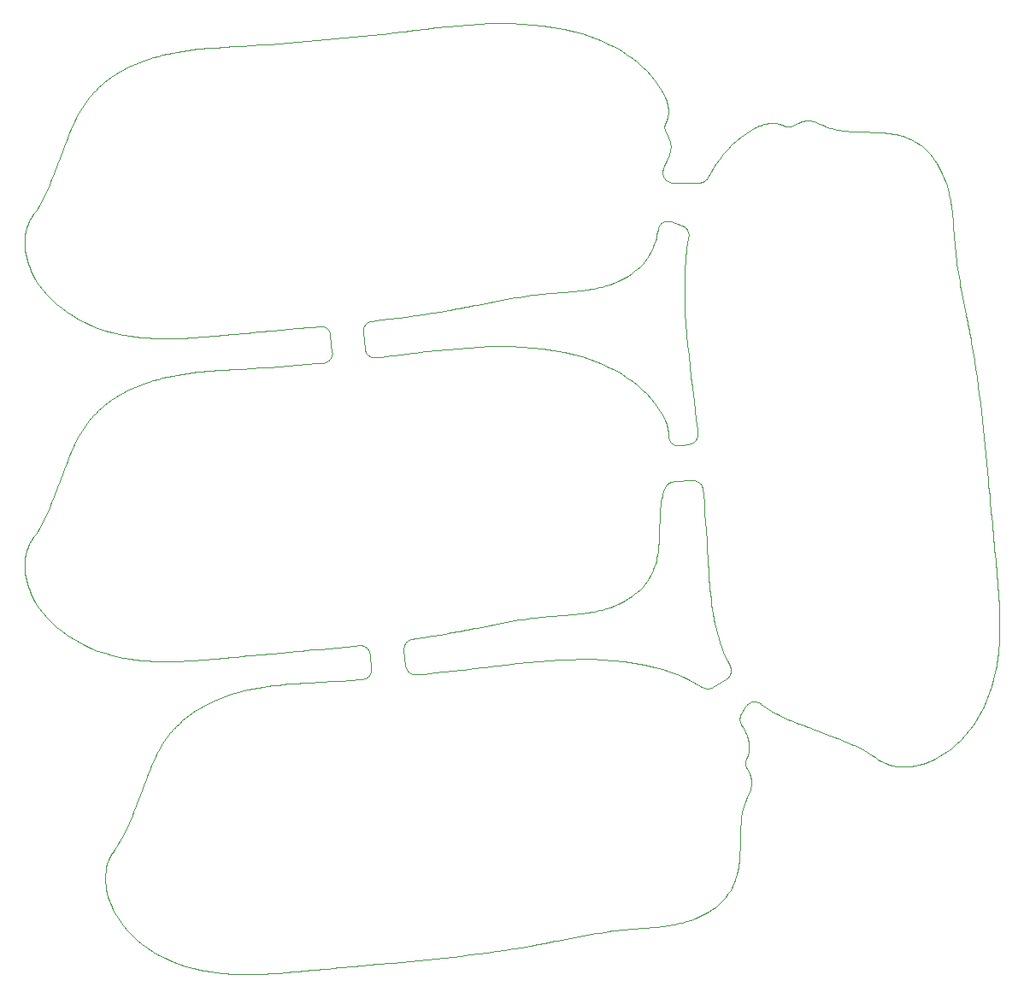
<source format=gko>
%MOIN*%
%OFA0B0*%
%FSLAX44Y44*%
%IPPOS*%
%LPD*%
%ADD10C,0*%
D10*
X00025754Y00020716D02*
X00025754Y00020716D01*
X00025763Y00020736D01*
X00025773Y00020756D01*
X00025784Y00020775D01*
X00025796Y00020794D01*
X00025810Y00020812D01*
X00025824Y00020829D01*
X00025839Y00020845D01*
X00025855Y00020860D01*
X00025872Y00020875D01*
X00025890Y00020888D01*
X00025908Y00020901D01*
X00025928Y00020912D01*
X00025947Y00020922D01*
X00025968Y00020932D01*
X00025989Y00020940D01*
X00026010Y00020946D01*
X00026031Y00020952D01*
X00026053Y00020956D01*
X00026075Y00020959D01*
X00026098Y00020961D01*
X00026827Y00021000D01*
X00026858Y00021001D01*
X00026888Y00020999D01*
X00026918Y00020995D01*
X00026948Y00020988D01*
X00026977Y00020980D01*
X00027005Y00020969D01*
X00027032Y00020955D01*
X00027059Y00020940D01*
X00027084Y00020923D01*
X00027107Y00020904D01*
X00027129Y00020883D01*
X00027150Y00020861D01*
X00027168Y00020837D01*
X00027185Y00020811D01*
X00027200Y00020785D01*
X00027212Y00020757D01*
X00027223Y00020729D01*
X00027231Y00020700D01*
X00027237Y00020670D01*
X00027241Y00020640D01*
X00027254Y00020484D01*
X00027282Y00020122D01*
X00027309Y00019760D01*
X00027335Y00019399D01*
X00027359Y00019038D01*
X00027382Y00018678D01*
X00027403Y00018318D01*
X00027404Y00018305D01*
X00027404Y00018293D01*
X00027405Y00018280D01*
X00027406Y00018268D01*
X00027406Y00018255D01*
X00027407Y00018242D01*
X00027409Y00018217D01*
X00027409Y00018204D01*
X00027410Y00018192D01*
X00027411Y00018179D01*
X00027411Y00018166D01*
X00027412Y00018154D01*
X00027413Y00018141D01*
X00027413Y00018128D01*
X00027414Y00018116D01*
X00027425Y00017924D01*
X00027436Y00017732D01*
X00027447Y00017540D01*
X00027460Y00017347D01*
X00027474Y00017153D01*
X00027489Y00016959D01*
X00027507Y00016766D01*
X00027526Y00016572D01*
X00027549Y00016378D01*
X00027574Y00016185D01*
X00027602Y00015992D01*
X00027633Y00015799D01*
X00027668Y00015608D01*
X00027708Y00015416D01*
X00027752Y00015226D01*
X00027800Y00015037D01*
X00027852Y00014852D01*
X00027909Y00014672D01*
X00027970Y00014495D01*
X00028036Y00014322D01*
X00028106Y00014153D01*
X00028180Y00013989D01*
X00028258Y00013829D01*
X00028285Y00013777D01*
X00028298Y00013751D01*
X00028309Y00013723D01*
X00028318Y00013695D01*
X00028324Y00013666D01*
X00028329Y00013637D01*
X00028331Y00013607D01*
X00028331Y00013578D01*
X00028328Y00013548D01*
X00028324Y00013519D01*
X00028317Y00013490D01*
X00028308Y00013462D01*
X00028297Y00013434D01*
X00028285Y00013408D01*
X00028270Y00013382D01*
X00028253Y00013358D01*
X00028234Y00013335D01*
X00028214Y00013313D01*
X00028192Y00013293D01*
X00028169Y00013275D01*
X00028144Y00013259D01*
X00027637Y00012945D01*
X00027618Y00012934D01*
X00027598Y00012924D01*
X00027578Y00012915D01*
X00027557Y00012907D01*
X00027536Y00012901D01*
X00027515Y00012895D01*
X00027493Y00012891D01*
X00027471Y00012888D01*
X00027449Y00012886D01*
X00027427Y00012886D01*
X00027405Y00012887D01*
X00027383Y00012889D01*
X00027361Y00012892D01*
X00027339Y00012897D01*
X00027318Y00012902D01*
X00027297Y00012909D01*
X00027276Y00012917D01*
X00027256Y00012926D01*
X00027237Y00012937D01*
X00027218Y00012948D01*
X00027202Y00012958D01*
X00026970Y00013092D01*
X00026728Y00013216D01*
X00026476Y00013333D01*
X00026214Y00013440D01*
X00025944Y00013539D01*
X00025664Y00013628D01*
X00025376Y00013708D01*
X00024968Y00013803D01*
X00024559Y00013880D01*
X00024147Y00013939D01*
X00023733Y00013983D01*
X00023319Y00014013D01*
X00022903Y00014029D01*
X00022486Y00014032D01*
X00022069Y00014025D01*
X00021652Y00014008D01*
X00021234Y00013983D01*
X00020817Y00013950D01*
X00020400Y00013912D01*
X00019983Y00013869D01*
X00019568Y00013822D01*
X00019154Y00013773D01*
X00018741Y00013723D01*
X00018708Y00013719D01*
X00018674Y00013715D01*
X00018640Y00013711D01*
X00018606Y00013706D01*
X00018572Y00013702D01*
X00018538Y00013698D01*
X00018504Y00013694D01*
X00018470Y00013690D01*
X00018436Y00013686D01*
X00018402Y00013682D01*
X00018368Y00013678D01*
X00018334Y00013674D01*
X00018300Y00013670D01*
X00018266Y00013665D01*
X00018232Y00013661D01*
X00018198Y00013657D01*
X00017838Y00013615D01*
X00017476Y00013574D01*
X00017115Y00013535D01*
X00016753Y00013497D01*
X00016391Y00013460D01*
X00016068Y00013428D01*
X00016038Y00013427D01*
X00016007Y00013427D01*
X00015976Y00013430D01*
X00015946Y00013436D01*
X00015916Y00013443D01*
X00015887Y00013453D01*
X00015859Y00013466D01*
X00015831Y00013480D01*
X00015806Y00013497D01*
X00015781Y00013515D01*
X00015758Y00013536D01*
X00015736Y00013558D01*
X00015717Y00013582D01*
X00015699Y00013607D01*
X00015683Y00013634D01*
X00015670Y00013661D01*
X00015659Y00013690D01*
X00015650Y00013719D01*
X00015643Y00013750D01*
X00015639Y00013780D01*
X00015576Y00014392D01*
X00015574Y00014423D01*
X00015574Y00014453D01*
X00015577Y00014483D01*
X00015582Y00014513D01*
X00015589Y00014542D01*
X00015599Y00014571D01*
X00015611Y00014599D01*
X00015624Y00014625D01*
X00015640Y00014651D01*
X00015658Y00014676D01*
X00015677Y00014699D01*
X00015699Y00014720D01*
X00015722Y00014740D01*
X00015746Y00014758D01*
X00015772Y00014774D01*
X00015798Y00014788D01*
X00015826Y00014800D01*
X00015855Y00014810D01*
X00015884Y00014817D01*
X00015914Y00014822D01*
X00016000Y00014834D01*
X00016336Y00014883D01*
X00016671Y00014935D01*
X00017005Y00014990D01*
X00017338Y00015049D01*
X00017406Y00015061D01*
X00017475Y00015074D01*
X00017543Y00015086D01*
X00017612Y00015099D01*
X00017680Y00015112D01*
X00017749Y00015125D01*
X00017817Y00015139D01*
X00017885Y00015152D01*
X00017954Y00015165D01*
X00018022Y00015178D01*
X00018090Y00015192D01*
X00018158Y00015205D01*
X00018225Y00015219D01*
X00018293Y00015232D01*
X00018360Y00015245D01*
X00018427Y00015259D01*
X00018589Y00015291D01*
X00018751Y00015323D01*
X00018914Y00015355D01*
X00019078Y00015386D01*
X00019242Y00015418D01*
X00019406Y00015448D01*
X00019571Y00015478D01*
X00019736Y00015507D01*
X00019901Y00015535D01*
X00020067Y00015562D01*
X00020232Y00015587D01*
X00020398Y00015611D01*
X00020564Y00015633D01*
X00020730Y00015654D01*
X00020895Y00015673D01*
X00021061Y00015689D01*
X00021096Y00015693D01*
X00021131Y00015696D01*
X00021166Y00015699D01*
X00021201Y00015702D01*
X00021236Y00015705D01*
X00021272Y00015708D01*
X00021307Y00015710D01*
X00021342Y00015713D01*
X00021377Y00015716D01*
X00021412Y00015719D01*
X00021447Y00015721D01*
X00021483Y00015724D01*
X00021518Y00015726D01*
X00021553Y00015729D01*
X00021588Y00015732D01*
X00021624Y00015734D01*
X00021727Y00015742D01*
X00021831Y00015749D01*
X00021935Y00015758D01*
X00022040Y00015766D01*
X00022145Y00015775D01*
X00022250Y00015785D01*
X00022355Y00015796D01*
X00022460Y00015808D01*
X00022565Y00015821D01*
X00022670Y00015835D01*
X00022775Y00015851D01*
X00022880Y00015869D01*
X00022984Y00015888D01*
X00023089Y00015910D01*
X00023193Y00015933D01*
X00023296Y00015959D01*
X00023460Y00016005D01*
X00023618Y00016056D01*
X00023771Y00016114D01*
X00023919Y00016176D01*
X00024061Y00016244D01*
X00024197Y00016316D01*
X00024327Y00016394D01*
X00024451Y00016477D01*
X00024568Y00016564D01*
X00024679Y00016656D01*
X00024784Y00016753D01*
X00024881Y00016853D01*
X00024972Y00016958D01*
X00025055Y00017067D01*
X00025130Y00017181D01*
X00025198Y00017297D01*
X00025254Y00017408D01*
X00025303Y00017520D01*
X00025346Y00017634D01*
X00025384Y00017749D01*
X00025416Y00017865D01*
X00025443Y00017982D01*
X00025465Y00018100D01*
X00025484Y00018219D01*
X00025499Y00018339D01*
X00025511Y00018459D01*
X00025520Y00018580D01*
X00025527Y00018700D01*
X00025532Y00018821D01*
X00025536Y00018942D01*
X00025539Y00019062D01*
X00025542Y00019182D01*
X00025544Y00019288D01*
X00025547Y00019393D01*
X00025550Y00019497D01*
X00025554Y00019600D01*
X00025559Y00019702D01*
X00025565Y00019803D01*
X00025573Y00019904D01*
X00025583Y00020003D01*
X00025596Y00020101D01*
X00025611Y00020198D01*
X00025629Y00020294D01*
X00025649Y00020389D01*
X00025674Y00020483D01*
X00025702Y00020575D01*
X00025734Y00020666D01*
X00025754Y00020716D01*
X00014487Y00025797D02*
X00014487Y00025797D01*
X00014455Y00025795D01*
X00014424Y00025795D01*
X00014393Y00025798D01*
X00014362Y00025803D01*
X00014332Y00025810D01*
X00014302Y00025820D01*
X00014274Y00025832D01*
X00014246Y00025847D01*
X00014220Y00025864D01*
X00014195Y00025882D01*
X00014171Y00025903D01*
X00014149Y00025925D01*
X00014129Y00025949D01*
X00014111Y00025975D01*
X00014096Y00026002D01*
X00014082Y00026030D01*
X00014070Y00026059D01*
X00014061Y00026089D01*
X00014055Y00026119D01*
X00014050Y00026150D01*
X00013988Y00026796D01*
X00013986Y00026827D01*
X00013987Y00026858D01*
X00013990Y00026888D01*
X00013995Y00026918D01*
X00014003Y00026948D01*
X00014012Y00026977D01*
X00014025Y00027005D01*
X00014039Y00027032D01*
X00014055Y00027058D01*
X00014074Y00027082D01*
X00014094Y00027105D01*
X00014116Y00027127D01*
X00014139Y00027146D01*
X00014164Y00027164D01*
X00014191Y00027180D01*
X00014218Y00027194D01*
X00014246Y00027205D01*
X00014276Y00027214D01*
X00014305Y00027221D01*
X00014336Y00027226D01*
X00014655Y00027262D01*
X00014992Y00027301D01*
X00015328Y00027343D01*
X00015664Y00027387D01*
X00016000Y00027433D01*
X00016336Y00027482D01*
X00016671Y00027534D01*
X00017005Y00027589D01*
X00017338Y00027647D01*
X00017406Y00027660D01*
X00017475Y00027672D01*
X00017543Y00027685D01*
X00017612Y00027698D01*
X00017680Y00027711D01*
X00017749Y00027724D01*
X00017817Y00027737D01*
X00017885Y00027750D01*
X00017954Y00027763D01*
X00018022Y00027777D01*
X00018090Y00027790D01*
X00018158Y00027804D01*
X00018225Y00027817D01*
X00018293Y00027830D01*
X00018360Y00027844D01*
X00018427Y00027857D01*
X00018589Y00027889D01*
X00018751Y00027921D01*
X00018914Y00027953D01*
X00019078Y00027985D01*
X00019242Y00028016D01*
X00019406Y00028047D01*
X00019571Y00028077D01*
X00019736Y00028106D01*
X00019901Y00028133D01*
X00020067Y00028160D01*
X00020232Y00028186D01*
X00020398Y00028210D01*
X00020564Y00028232D01*
X00020730Y00028252D01*
X00020895Y00028271D01*
X00021061Y00028288D01*
X00021096Y00028291D01*
X00021131Y00028294D01*
X00021166Y00028297D01*
X00021201Y00028300D01*
X00021236Y00028303D01*
X00021272Y00028306D01*
X00021307Y00028309D01*
X00021342Y00028312D01*
X00021377Y00028314D01*
X00021412Y00028317D01*
X00021447Y00028320D01*
X00021483Y00028322D01*
X00021518Y00028325D01*
X00021553Y00028327D01*
X00021588Y00028330D01*
X00021624Y00028333D01*
X00021727Y00028340D01*
X00021831Y00028348D01*
X00021935Y00028356D01*
X00022040Y00028364D01*
X00022145Y00028374D01*
X00022250Y00028384D01*
X00022355Y00028394D01*
X00022460Y00028406D01*
X00022565Y00028419D01*
X00022670Y00028434D01*
X00022775Y00028450D01*
X00022880Y00028467D01*
X00022984Y00028487D01*
X00023089Y00028508D01*
X00023193Y00028532D01*
X00023296Y00028557D01*
X00023460Y00028603D01*
X00023618Y00028655D01*
X00023771Y00028712D01*
X00023919Y00028774D01*
X00024061Y00028842D01*
X00024197Y00028915D01*
X00024327Y00028993D01*
X00024451Y00029075D01*
X00024568Y00029163D01*
X00024679Y00029255D01*
X00024784Y00029351D01*
X00024881Y00029452D01*
X00024972Y00029557D01*
X00025055Y00029666D01*
X00025130Y00029779D01*
X00025198Y00029896D01*
X00025254Y00030006D01*
X00025303Y00030118D01*
X00025346Y00030232D01*
X00025384Y00030347D01*
X00025416Y00030463D01*
X00025443Y00030581D01*
X00025465Y00030699D01*
X00025480Y00030792D01*
X00025487Y00030827D01*
X00025497Y00030860D01*
X00025509Y00030892D01*
X00025525Y00030923D01*
X00025543Y00030953D01*
X00025564Y00030981D01*
X00025587Y00031007D01*
X00025612Y00031030D01*
X00025640Y00031052D01*
X00025669Y00031071D01*
X00025700Y00031087D01*
X00025732Y00031101D01*
X00025765Y00031111D01*
X00025799Y00031119D01*
X00025833Y00031124D01*
X00025868Y00031125D01*
X00025903Y00031124D01*
X00025937Y00031119D01*
X00025971Y00031112D01*
X00026004Y00031101D01*
X00026427Y00030946D01*
X00026452Y00030936D01*
X00026477Y00030924D01*
X00026501Y00030910D01*
X00026524Y00030894D01*
X00026545Y00030877D01*
X00026566Y00030859D01*
X00026585Y00030839D01*
X00026603Y00030817D01*
X00026619Y00030795D01*
X00026633Y00030771D01*
X00026646Y00030747D01*
X00026657Y00030722D01*
X00026666Y00030695D01*
X00026674Y00030669D01*
X00026679Y00030642D01*
X00026683Y00030614D01*
X00026685Y00030587D01*
X00026684Y00030559D01*
X00026682Y00030532D01*
X00026678Y00030504D01*
X00026670Y00030464D01*
X00026611Y00030052D01*
X00026567Y00029639D01*
X00026537Y00029224D01*
X00026522Y00028808D01*
X00026518Y00028392D01*
X00026525Y00027975D01*
X00026542Y00027557D01*
X00026567Y00027139D01*
X00026600Y00026722D01*
X00026638Y00026305D01*
X00026682Y00025889D01*
X00026728Y00025474D01*
X00026777Y00025060D01*
X00026827Y00024647D01*
X00026831Y00024613D01*
X00026836Y00024579D01*
X00026840Y00024545D01*
X00026844Y00024511D01*
X00026848Y00024477D01*
X00026852Y00024443D01*
X00026856Y00024409D01*
X00026860Y00024375D01*
X00026864Y00024341D01*
X00026868Y00024307D01*
X00026872Y00024274D01*
X00026877Y00024240D01*
X00026881Y00024206D01*
X00026885Y00024172D01*
X00026889Y00024138D01*
X00026893Y00024104D01*
X00026935Y00023743D01*
X00026976Y00023382D01*
X00027015Y00023020D01*
X00027033Y00022856D01*
X00027035Y00022826D01*
X00027035Y00022796D01*
X00027032Y00022767D01*
X00027027Y00022737D01*
X00027020Y00022708D01*
X00027011Y00022680D01*
X00027000Y00022652D01*
X00026987Y00022626D01*
X00026971Y00022600D01*
X00026954Y00022576D01*
X00026935Y00022553D01*
X00026914Y00022531D01*
X00026892Y00022511D01*
X00026869Y00022493D01*
X00026844Y00022477D01*
X00026818Y00022463D01*
X00026790Y00022450D01*
X00026762Y00022440D01*
X00026734Y00022432D01*
X00026704Y00022426D01*
X00026347Y00022368D01*
X00026313Y00022364D01*
X00026278Y00022363D01*
X00026244Y00022365D01*
X00026209Y00022370D01*
X00026176Y00022378D01*
X00026143Y00022389D01*
X00026111Y00022403D01*
X00026081Y00022419D01*
X00026052Y00022438D01*
X00026025Y00022460D01*
X00026000Y00022484D01*
X00025977Y00022510D01*
X00025957Y00022538D01*
X00025939Y00022567D01*
X00025923Y00022598D01*
X00025911Y00022630D01*
X00025901Y00022664D01*
X00025894Y00022698D01*
X00025891Y00022732D01*
X00025890Y00022766D01*
X00025891Y00022800D01*
X00025890Y00022855D01*
X00025885Y00022912D01*
X00025878Y00022969D01*
X00025868Y00023027D01*
X00025855Y00023086D01*
X00025839Y00023145D01*
X00025821Y00023205D01*
X00025799Y00023267D01*
X00025775Y00023328D01*
X00025748Y00023391D01*
X00025741Y00023405D01*
X00025734Y00023420D01*
X00025727Y00023434D01*
X00025720Y00023449D01*
X00025713Y00023463D01*
X00025706Y00023478D01*
X00025699Y00023493D01*
X00025691Y00023507D01*
X00025683Y00023522D01*
X00025676Y00023536D01*
X00025668Y00023551D01*
X00025660Y00023565D01*
X00025652Y00023580D01*
X00025643Y00023594D01*
X00025635Y00023609D01*
X00025626Y00023623D01*
X00025501Y00023822D01*
X00025362Y00024014D01*
X00025211Y00024200D01*
X00025047Y00024379D01*
X00024871Y00024551D01*
X00024683Y00024715D01*
X00024484Y00024872D01*
X00024273Y00025022D01*
X00024052Y00025163D01*
X00023820Y00025296D01*
X00023578Y00025421D01*
X00023326Y00025537D01*
X00023065Y00025645D01*
X00022794Y00025743D01*
X00022515Y00025833D01*
X00022227Y00025912D01*
X00021819Y00026008D01*
X00021409Y00026084D01*
X00020997Y00026144D01*
X00020584Y00026188D01*
X00020169Y00026217D01*
X00019753Y00026233D01*
X00019337Y00026237D01*
X00018919Y00026230D01*
X00018502Y00026213D01*
X00018084Y00026188D01*
X00017667Y00026155D01*
X00017250Y00026117D01*
X00016834Y00026073D01*
X00016418Y00026027D01*
X00016004Y00025978D01*
X00015592Y00025928D01*
X00015558Y00025924D01*
X00015524Y00025919D01*
X00015490Y00025915D01*
X00015456Y00025911D01*
X00015422Y00025907D01*
X00015388Y00025903D01*
X00015354Y00025899D01*
X00015320Y00025895D01*
X00015286Y00025891D01*
X00015252Y00025887D01*
X00015218Y00025882D01*
X00015184Y00025878D01*
X00015151Y00025874D01*
X00015117Y00025870D01*
X00015083Y00025866D01*
X00015049Y00025862D01*
X00014688Y00025820D01*
X00014487Y00025797D01*
X00012285Y00027022D02*
X00012285Y00027022D01*
X00012315Y00027023D01*
X00012346Y00027023D01*
X00012377Y00027019D01*
X00012407Y00027014D01*
X00012437Y00027006D01*
X00012466Y00026996D01*
X00012494Y00026983D01*
X00012521Y00026969D01*
X00012547Y00026952D01*
X00012571Y00026934D01*
X00012594Y00026913D01*
X00012615Y00026891D01*
X00012635Y00026867D01*
X00012653Y00026842D01*
X00012668Y00026815D01*
X00012682Y00026788D01*
X00012693Y00026759D01*
X00012702Y00026730D01*
X00012708Y00026700D01*
X00012713Y00026669D01*
X00012778Y00026018D01*
X00012780Y00025987D01*
X00012780Y00025956D01*
X00012777Y00025925D01*
X00012771Y00025894D01*
X00012763Y00025864D01*
X00012753Y00025835D01*
X00012741Y00025806D01*
X00012726Y00025779D01*
X00012709Y00025753D01*
X00012690Y00025728D01*
X00012670Y00025705D01*
X00012647Y00025683D01*
X00012623Y00025664D01*
X00012597Y00025646D01*
X00012570Y00025630D01*
X00012542Y00025617D01*
X00012513Y00025606D01*
X00012483Y00025597D01*
X00012453Y00025591D01*
X00012422Y00025587D01*
X00012154Y00025562D01*
X00011791Y00025531D01*
X00011429Y00025501D01*
X00011067Y00025473D01*
X00010705Y00025446D01*
X00010344Y00025420D01*
X00009983Y00025396D01*
X00009623Y00025373D01*
X00009263Y00025352D01*
X00009250Y00025351D01*
X00009238Y00025351D01*
X00009225Y00025350D01*
X00009212Y00025349D01*
X00009200Y00025348D01*
X00009187Y00025348D01*
X00009162Y00025346D01*
X00009149Y00025346D01*
X00009137Y00025345D01*
X00009124Y00025344D01*
X00009111Y00025344D01*
X00009099Y00025343D01*
X00009086Y00025342D01*
X00009073Y00025341D01*
X00009061Y00025341D01*
X00008869Y00025330D01*
X00008677Y00025319D01*
X00008485Y00025307D01*
X00008291Y00025295D01*
X00008098Y00025281D01*
X00007904Y00025265D01*
X00007711Y00025248D01*
X00007517Y00025228D01*
X00007323Y00025206D01*
X00007130Y00025181D01*
X00006937Y00025153D01*
X00006744Y00025122D01*
X00006552Y00025086D01*
X00006361Y00025047D01*
X00006171Y00025003D01*
X00005982Y00024955D01*
X00005797Y00024903D01*
X00005617Y00024846D01*
X00005440Y00024784D01*
X00005267Y00024719D01*
X00005098Y00024649D01*
X00004934Y00024575D01*
X00004774Y00024497D01*
X00004618Y00024414D01*
X00004467Y00024328D01*
X00004321Y00024238D01*
X00004179Y00024144D01*
X00004043Y00024046D01*
X00003912Y00023945D01*
X00003786Y00023840D01*
X00003666Y00023731D01*
X00003551Y00023619D01*
X00003524Y00023592D01*
X00003497Y00023564D01*
X00003471Y00023537D01*
X00003445Y00023509D01*
X00003419Y00023481D01*
X00003394Y00023452D01*
X00003369Y00023424D01*
X00003344Y00023395D01*
X00003320Y00023366D01*
X00003296Y00023337D01*
X00003272Y00023307D01*
X00003249Y00023278D01*
X00003226Y00023248D01*
X00003203Y00023219D01*
X00003181Y00023189D01*
X00003160Y00023159D01*
X00003090Y00023059D01*
X00003024Y00022957D01*
X00002961Y00022854D01*
X00002901Y00022749D01*
X00002844Y00022643D01*
X00002789Y00022536D01*
X00002737Y00022428D01*
X00002686Y00022319D01*
X00002638Y00022209D01*
X00002591Y00022099D01*
X00002545Y00021988D01*
X00002501Y00021877D01*
X00002457Y00021766D01*
X00002415Y00021655D01*
X00002373Y00021544D01*
X00002331Y00021434D01*
X00002319Y00021402D01*
X00002307Y00021370D01*
X00002295Y00021338D01*
X00002283Y00021306D01*
X00002271Y00021274D01*
X00002259Y00021242D01*
X00002247Y00021210D01*
X00002235Y00021178D01*
X00002222Y00021146D01*
X00002210Y00021115D01*
X00002198Y00021083D01*
X00002186Y00021051D01*
X00002173Y00021019D01*
X00002161Y00020988D01*
X00002148Y00020956D01*
X00002136Y00020924D01*
X00002121Y00020889D01*
X00002107Y00020853D01*
X00002093Y00020818D01*
X00002079Y00020783D01*
X00002066Y00020749D01*
X00002053Y00020715D01*
X00002040Y00020681D01*
X00002027Y00020647D01*
X00002014Y00020614D01*
X00002001Y00020581D01*
X00001989Y00020549D01*
X00001976Y00020517D01*
X00001964Y00020485D01*
X00001952Y00020453D01*
X00001940Y00020421D01*
X00001928Y00020390D01*
X00001884Y00020275D01*
X00001841Y00020163D01*
X00001799Y00020054D01*
X00001757Y00019948D01*
X00001714Y00019844D01*
X00001670Y00019741D01*
X00001625Y00019640D01*
X00001577Y00019539D01*
X00001527Y00019438D01*
X00001474Y00019337D01*
X00001418Y00019235D01*
X00001357Y00019132D01*
X00001292Y00019026D01*
X00001222Y00018918D01*
X00001146Y00018807D01*
X00001064Y00018693D01*
X00001064Y00018692D01*
X00001063Y00018691D01*
X00001061Y00018689D01*
X00001061Y00018688D01*
X00001059Y00018686D01*
X00001059Y00018685D01*
X00001058Y00018683D01*
X00001057Y00018682D01*
X00001056Y00018680D01*
X00001055Y00018679D01*
X00001055Y00018678D01*
X00000977Y00018544D01*
X00000914Y00018406D01*
X00000864Y00018265D01*
X00000826Y00018121D01*
X00000800Y00017975D01*
X00000785Y00017828D01*
X00000781Y00017681D01*
X00000786Y00017534D01*
X00000801Y00017389D01*
X00000823Y00017245D01*
X00000853Y00017103D01*
X00000890Y00016965D01*
X00000933Y00016831D01*
X00000982Y00016701D01*
X00001035Y00016577D01*
X00001092Y00016459D01*
X00001210Y00016245D01*
X00001344Y00016038D01*
X00001491Y00015839D01*
X00001652Y00015648D01*
X00001827Y00015466D01*
X00002014Y00015292D01*
X00002214Y00015128D01*
X00002425Y00014973D01*
X00002648Y00014828D01*
X00002882Y00014694D01*
X00003127Y00014569D01*
X00003381Y00014455D01*
X00003645Y00014353D01*
X00003918Y00014262D01*
X00004199Y00014182D01*
X00004489Y00014115D01*
X00004603Y00014092D01*
X00004718Y00014071D01*
X00004832Y00014052D01*
X00004946Y00014035D01*
X00005061Y00014019D01*
X00005176Y00014005D01*
X00005291Y00013993D01*
X00005405Y00013982D01*
X00005520Y00013972D01*
X00005635Y00013964D01*
X00005750Y00013957D01*
X00005865Y00013952D01*
X00005980Y00013948D01*
X00006095Y00013945D01*
X00006211Y00013944D01*
X00006326Y00013943D01*
X00006470Y00013944D01*
X00006614Y00013946D01*
X00006759Y00013950D01*
X00006903Y00013955D01*
X00007047Y00013962D01*
X00007191Y00013969D01*
X00007334Y00013978D01*
X00007478Y00013987D01*
X00007621Y00013998D01*
X00007765Y00014009D01*
X00007908Y00014020D01*
X00008050Y00014032D01*
X00008193Y00014045D01*
X00008335Y00014058D01*
X00008477Y00014071D01*
X00008619Y00014084D01*
X00008829Y00014103D01*
X00009039Y00014123D01*
X00009249Y00014142D01*
X00009459Y00014161D01*
X00009670Y00014181D01*
X00009880Y00014200D01*
X00010090Y00014220D01*
X00010300Y00014239D01*
X00010510Y00014259D01*
X00010720Y00014278D01*
X00011141Y00014317D01*
X00011351Y00014337D01*
X00011561Y00014356D01*
X00011771Y00014375D01*
X00011981Y00014395D01*
X00012312Y00014426D01*
X00012644Y00014457D01*
X00012978Y00014489D01*
X00013312Y00014521D01*
X00013647Y00014555D01*
X00013824Y00014573D01*
X00013855Y00014575D01*
X00013886Y00014574D01*
X00013917Y00014572D01*
X00013947Y00014566D01*
X00013977Y00014559D01*
X00014006Y00014548D01*
X00014035Y00014536D01*
X00014062Y00014522D01*
X00014088Y00014505D01*
X00014113Y00014486D01*
X00014136Y00014466D01*
X00014158Y00014444D01*
X00014178Y00014420D01*
X00014195Y00014394D01*
X00014211Y00014368D01*
X00014225Y00014340D01*
X00014236Y00014311D01*
X00014245Y00014281D01*
X00014252Y00014251D01*
X00014256Y00014220D01*
X00014310Y00013680D01*
X00014312Y00013648D01*
X00014311Y00013617D01*
X00014308Y00013586D01*
X00014302Y00013555D01*
X00014294Y00013524D01*
X00014284Y00013495D01*
X00014271Y00013466D01*
X00014256Y00013439D01*
X00014239Y00013412D01*
X00014220Y00013388D01*
X00014199Y00013364D01*
X00014176Y00013343D01*
X00014151Y00013323D01*
X00014125Y00013306D01*
X00014098Y00013290D01*
X00014069Y00013277D01*
X00014040Y00013266D01*
X00014010Y00013258D01*
X00013979Y00013252D01*
X00013948Y00013248D01*
X00013855Y00013241D01*
X00013494Y00013216D01*
X00013133Y00013191D01*
X00012772Y00013169D01*
X00012413Y00013147D01*
X00012400Y00013147D01*
X00012387Y00013146D01*
X00012375Y00013145D01*
X00012362Y00013144D01*
X00012349Y00013144D01*
X00012337Y00013143D01*
X00012311Y00013142D01*
X00012299Y00013141D01*
X00012286Y00013140D01*
X00012274Y00013140D01*
X00012261Y00013139D01*
X00012248Y00013138D01*
X00012236Y00013137D01*
X00012223Y00013137D01*
X00012210Y00013136D01*
X00012019Y00013125D01*
X00011827Y00013114D01*
X00011634Y00013103D01*
X00011441Y00013090D01*
X00011248Y00013076D01*
X00011054Y00013061D01*
X00010860Y00013043D01*
X00010666Y00013024D01*
X00010473Y00013002D01*
X00010279Y00012977D01*
X00010086Y00012949D01*
X00009894Y00012917D01*
X00009702Y00012882D01*
X00009511Y00012842D01*
X00009321Y00012799D01*
X00009131Y00012750D01*
X00008947Y00012698D01*
X00008766Y00012641D01*
X00008589Y00012580D01*
X00008417Y00012514D01*
X00008248Y00012444D01*
X00008083Y00012370D01*
X00007923Y00012292D01*
X00007768Y00012210D01*
X00007617Y00012123D01*
X00007470Y00012033D01*
X00007329Y00011939D01*
X00007193Y00011841D01*
X00007062Y00011740D01*
X00006936Y00011635D01*
X00006815Y00011526D01*
X00006701Y00011414D01*
X00006674Y00011387D01*
X00006647Y00011360D01*
X00006621Y00011332D01*
X00006594Y00011304D01*
X00006569Y00011276D01*
X00006543Y00011247D01*
X00006518Y00011219D01*
X00006494Y00011190D01*
X00006469Y00011161D01*
X00006445Y00011132D01*
X00006422Y00011103D01*
X00006398Y00011073D01*
X00006376Y00011044D01*
X00006353Y00011014D01*
X00006331Y00010984D01*
X00006309Y00010954D01*
X00006240Y00010854D01*
X00006174Y00010752D01*
X00006111Y00010649D01*
X00006051Y00010544D01*
X00005994Y00010438D01*
X00005939Y00010331D01*
X00005886Y00010223D01*
X00005836Y00010114D01*
X00005787Y00010004D01*
X00005740Y00009894D01*
X00005695Y00009783D01*
X00005650Y00009672D01*
X00005607Y00009561D01*
X00005564Y00009450D01*
X00005522Y00009339D01*
X00005481Y00009229D01*
X00005469Y00009197D01*
X00005457Y00009165D01*
X00005445Y00009133D01*
X00005433Y00009101D01*
X00005421Y00009069D01*
X00005409Y00009037D01*
X00005396Y00009005D01*
X00005384Y00008973D01*
X00005372Y00008942D01*
X00005360Y00008910D01*
X00005348Y00008878D01*
X00005335Y00008846D01*
X00005323Y00008815D01*
X00005310Y00008783D01*
X00005298Y00008751D01*
X00005285Y00008720D01*
X00005271Y00008684D01*
X00005257Y00008648D01*
X00005243Y00008613D01*
X00005229Y00008578D01*
X00005216Y00008544D01*
X00005202Y00008510D01*
X00005189Y00008476D01*
X00005176Y00008443D01*
X00005163Y00008410D01*
X00005151Y00008377D01*
X00005138Y00008344D01*
X00005126Y00008312D01*
X00005114Y00008280D01*
X00005102Y00008248D01*
X00005090Y00008217D01*
X00005078Y00008186D01*
X00005034Y00008070D01*
X00004991Y00007958D01*
X00004949Y00007850D01*
X00004906Y00007743D01*
X00004863Y00007639D01*
X00004820Y00007537D01*
X00004774Y00007435D01*
X00004727Y00007334D01*
X00004677Y00007234D01*
X00004624Y00007132D01*
X00004568Y00007030D01*
X00004507Y00006927D01*
X00004442Y00006821D01*
X00004372Y00006714D01*
X00004296Y00006603D01*
X00004214Y00006489D01*
X00004213Y00006488D01*
X00004213Y00006487D01*
X00004211Y00006484D01*
X00004210Y00006483D01*
X00004209Y00006481D01*
X00004208Y00006480D01*
X00004207Y00006478D01*
X00004207Y00006477D01*
X00004205Y00006475D01*
X00004205Y00006474D01*
X00004204Y00006473D01*
X00004127Y00006339D01*
X00004063Y00006201D01*
X00004013Y00006060D01*
X00003976Y00005916D01*
X00003950Y00005770D01*
X00003935Y00005624D01*
X00003931Y00005476D01*
X00003936Y00005330D01*
X00003950Y00005184D01*
X00003973Y00005040D01*
X00004003Y00004899D01*
X00004040Y00004760D01*
X00004083Y00004626D01*
X00004131Y00004497D01*
X00004184Y00004372D01*
X00004241Y00004254D01*
X00004360Y00004040D01*
X00004493Y00003833D01*
X00004641Y00003634D01*
X00004802Y00003443D01*
X00004977Y00003261D01*
X00005164Y00003088D01*
X00005364Y00002923D01*
X00005575Y00002769D01*
X00005798Y00002624D01*
X00006032Y00002489D01*
X00006276Y00002364D01*
X00006531Y00002251D01*
X00006794Y00002148D01*
X00007067Y00002057D01*
X00007349Y00001978D01*
X00007639Y00001910D01*
X00007753Y00001887D01*
X00007867Y00001867D01*
X00007982Y00001847D01*
X00008096Y00001830D01*
X00008211Y00001814D01*
X00008325Y00001800D01*
X00008440Y00001788D01*
X00008555Y00001777D01*
X00008670Y00001767D01*
X00008785Y00001759D01*
X00008900Y00001753D01*
X00009015Y00001747D01*
X00009130Y00001743D01*
X00009245Y00001741D01*
X00009360Y00001739D01*
X00009475Y00001738D01*
X00009620Y00001739D01*
X00009764Y00001742D01*
X00009908Y00001745D01*
X00010052Y00001751D01*
X00010196Y00001757D01*
X00010340Y00001765D01*
X00010484Y00001773D01*
X00010628Y00001783D01*
X00010771Y00001793D01*
X00010914Y00001804D01*
X00011057Y00001816D01*
X00011200Y00001828D01*
X00011343Y00001840D01*
X00011485Y00001853D01*
X00011627Y00001866D01*
X00011768Y00001879D01*
X00011978Y00001898D01*
X00012189Y00001918D01*
X00012399Y00001937D01*
X00012609Y00001957D01*
X00012819Y00001976D01*
X00013029Y00001996D01*
X00013239Y00002015D01*
X00013450Y00002035D01*
X00013660Y00002054D01*
X00013870Y00002073D01*
X00014290Y00002112D01*
X00014500Y00002132D01*
X00014711Y00002151D01*
X00014921Y00002171D01*
X00015131Y00002190D01*
X00015462Y00002221D01*
X00015794Y00002252D01*
X00016127Y00002284D01*
X00016462Y00002316D01*
X00016797Y00002350D01*
X00017132Y00002385D01*
X00017468Y00002421D01*
X00017805Y00002458D01*
X00018141Y00002498D01*
X00018478Y00002540D01*
X00018814Y00002583D01*
X00019150Y00002630D01*
X00019486Y00002679D01*
X00019820Y00002731D01*
X00020155Y00002786D01*
X00020488Y00002844D01*
X00020556Y00002856D01*
X00020624Y00002869D01*
X00020693Y00002882D01*
X00020761Y00002895D01*
X00020830Y00002908D01*
X00020898Y00002921D01*
X00020967Y00002934D01*
X00021035Y00002947D01*
X00021103Y00002960D01*
X00021171Y00002974D01*
X00021239Y00002987D01*
X00021307Y00003000D01*
X00021375Y00003014D01*
X00021442Y00003027D01*
X00021510Y00003041D01*
X00021577Y00003054D01*
X00021738Y00003086D01*
X00021901Y00003118D01*
X00022064Y00003150D01*
X00022227Y00003182D01*
X00022391Y00003213D01*
X00022556Y00003244D01*
X00022720Y00003273D01*
X00022885Y00003302D01*
X00023051Y00003330D01*
X00023216Y00003357D01*
X00023382Y00003382D01*
X00023548Y00003406D01*
X00023713Y00003429D01*
X00023879Y00003449D01*
X00024045Y00003468D01*
X00024210Y00003485D01*
X00024245Y00003488D01*
X00024281Y00003491D01*
X00024316Y00003494D01*
X00024351Y00003497D01*
X00024386Y00003500D01*
X00024421Y00003503D01*
X00024456Y00003506D01*
X00024491Y00003509D01*
X00024527Y00003511D01*
X00024562Y00003514D01*
X00024597Y00003517D01*
X00024632Y00003519D01*
X00024667Y00003522D01*
X00024703Y00003524D01*
X00024738Y00003527D01*
X00024773Y00003529D01*
X00024877Y00003537D01*
X00024981Y00003545D01*
X00025085Y00003553D01*
X00025189Y00003561D01*
X00025294Y00003570D01*
X00025399Y00003580D01*
X00025504Y00003591D01*
X00025609Y00003603D01*
X00025714Y00003616D01*
X00025820Y00003631D01*
X00025925Y00003647D01*
X00026029Y00003664D01*
X00026134Y00003684D01*
X00026238Y00003705D01*
X00026342Y00003729D01*
X00026446Y00003754D01*
X00026609Y00003800D01*
X00026768Y00003852D01*
X00026921Y00003909D01*
X00027068Y00003971D01*
X00027210Y00004039D01*
X00027346Y00004112D01*
X00027476Y00004189D01*
X00027600Y00004272D01*
X00027718Y00004359D01*
X00027829Y00004451D01*
X00027933Y00004548D01*
X00028031Y00004649D01*
X00028121Y00004754D01*
X00028204Y00004863D01*
X00028280Y00004976D01*
X00028348Y00005093D01*
X00028404Y00005203D01*
X00028453Y00005315D01*
X00028496Y00005429D01*
X00028533Y00005544D01*
X00028565Y00005660D01*
X00028592Y00005777D01*
X00028615Y00005896D01*
X00028633Y00006015D01*
X00028648Y00006134D01*
X00028660Y00006254D01*
X00028670Y00006375D01*
X00028677Y00006496D01*
X00028682Y00006616D01*
X00028686Y00006737D01*
X00028689Y00006857D01*
X00028691Y00006978D01*
X00028694Y00007083D01*
X00028696Y00007188D01*
X00028699Y00007292D01*
X00028703Y00007395D01*
X00028708Y00007497D01*
X00028715Y00007599D01*
X00028723Y00007699D01*
X00028733Y00007798D01*
X00028745Y00007896D01*
X00028760Y00007994D01*
X00028778Y00008090D01*
X00028799Y00008184D01*
X00028823Y00008278D01*
X00028851Y00008370D01*
X00028883Y00008461D01*
X00028920Y00008551D01*
X00028923Y00008558D01*
X00028926Y00008565D01*
X00028929Y00008572D01*
X00028932Y00008579D01*
X00028935Y00008586D01*
X00028938Y00008593D01*
X00028941Y00008600D01*
X00028944Y00008607D01*
X00028948Y00008614D01*
X00028951Y00008621D01*
X00028954Y00008628D01*
X00028957Y00008635D01*
X00028960Y00008642D01*
X00028964Y00008649D01*
X00028967Y00008656D01*
X00028970Y00008663D01*
X00028987Y00008698D01*
X00029003Y00008735D01*
X00029020Y00008772D01*
X00029036Y00008809D01*
X00029051Y00008847D01*
X00029066Y00008886D01*
X00029080Y00008925D01*
X00029093Y00008965D01*
X00029104Y00009006D01*
X00029113Y00009047D01*
X00029121Y00009089D01*
X00029127Y00009132D01*
X00029131Y00009175D01*
X00029132Y00009219D01*
X00029131Y00009263D01*
X00029127Y00009309D01*
X00029123Y00009337D01*
X00029118Y00009365D01*
X00029112Y00009392D01*
X00029105Y00009419D01*
X00029098Y00009445D01*
X00029089Y00009471D01*
X00029081Y00009496D01*
X00029071Y00009521D01*
X00029061Y00009546D01*
X00029051Y00009570D01*
X00029041Y00009594D01*
X00029030Y00009618D01*
X00029019Y00009641D01*
X00029008Y00009663D01*
X00028997Y00009686D01*
X00028986Y00009707D01*
X00028975Y00009729D01*
X00028965Y00009750D01*
X00028955Y00009771D01*
X00028945Y00009792D01*
X00028936Y00009812D01*
X00028927Y00009832D01*
X00028919Y00009851D01*
X00028912Y00009870D01*
X00028905Y00009889D01*
X00028900Y00009907D01*
X00028895Y00009925D01*
X00028892Y00009943D01*
X00028889Y00009960D01*
X00028888Y00009977D01*
X00028888Y00009994D01*
X00028889Y00010010D01*
X00028890Y00010018D01*
X00028892Y00010026D01*
X00028894Y00010034D01*
X00028896Y00010043D01*
X00028899Y00010051D01*
X00028901Y00010060D01*
X00028904Y00010069D01*
X00028908Y00010078D01*
X00028911Y00010087D01*
X00028915Y00010096D01*
X00028918Y00010106D01*
X00028922Y00010115D01*
X00028927Y00010125D01*
X00028931Y00010134D01*
X00028935Y00010144D01*
X00028939Y00010154D01*
X00028943Y00010162D01*
X00028946Y00010170D01*
X00028949Y00010178D01*
X00028953Y00010186D01*
X00028956Y00010194D01*
X00028960Y00010202D01*
X00028963Y00010209D01*
X00028966Y00010217D01*
X00028969Y00010225D01*
X00028972Y00010233D01*
X00028975Y00010241D01*
X00028978Y00010249D01*
X00028981Y00010256D01*
X00028984Y00010264D01*
X00028987Y00010272D01*
X00028989Y00010280D01*
X00029005Y00010330D01*
X00029018Y00010381D01*
X00029028Y00010433D01*
X00029035Y00010486D01*
X00029039Y00010540D01*
X00029041Y00010595D01*
X00029039Y00010650D01*
X00029035Y00010707D01*
X00029028Y00010764D01*
X00029018Y00010822D01*
X00029005Y00010881D01*
X00028989Y00010940D01*
X00028970Y00011001D01*
X00028949Y00011062D01*
X00028924Y00011124D01*
X00028897Y00011186D01*
X00028891Y00011201D01*
X00028884Y00011215D01*
X00028877Y00011230D01*
X00028870Y00011244D01*
X00028863Y00011259D01*
X00028856Y00011273D01*
X00028848Y00011288D01*
X00028841Y00011302D01*
X00028833Y00011317D01*
X00028825Y00011332D01*
X00028817Y00011346D01*
X00028809Y00011361D01*
X00028801Y00011375D01*
X00028793Y00011390D01*
X00028785Y00011404D01*
X00028776Y00011418D01*
X00028735Y00011483D01*
X00028724Y00011502D01*
X00028714Y00011521D01*
X00028705Y00011541D01*
X00028697Y00011562D01*
X00028690Y00011582D01*
X00028685Y00011604D01*
X00028681Y00011625D01*
X00028677Y00011647D01*
X00028675Y00011669D01*
X00028675Y00011691D01*
X00028675Y00011713D01*
X00028677Y00011734D01*
X00028680Y00011756D01*
X00028684Y00011778D01*
X00028689Y00011799D01*
X00028696Y00011820D01*
X00028703Y00011840D01*
X00028712Y00011861D01*
X00028722Y00011880D01*
X00028733Y00011899D01*
X00028912Y00012190D01*
X00028930Y00012217D01*
X00028951Y00012243D01*
X00028973Y00012267D01*
X00028998Y00012289D01*
X00029025Y00012309D01*
X00029053Y00012326D01*
X00029082Y00012341D01*
X00029112Y00012354D01*
X00029144Y00012364D01*
X00029176Y00012371D01*
X00029209Y00012376D01*
X00029242Y00012378D01*
X00029275Y00012377D01*
X00029308Y00012373D01*
X00029340Y00012367D01*
X00029372Y00012357D01*
X00029403Y00012346D01*
X00029432Y00012331D01*
X00029461Y00012315D01*
X00029488Y00012296D01*
X00029488Y00012296D01*
X00029507Y00012281D01*
X00029536Y00012259D01*
X00029566Y00012236D01*
X00029596Y00012215D01*
X00029696Y00012145D01*
X00029798Y00012079D01*
X00029901Y00012017D01*
X00030006Y00011957D01*
X00030112Y00011899D01*
X00030219Y00011844D01*
X00030327Y00011792D01*
X00030436Y00011741D01*
X00030546Y00011693D01*
X00030656Y00011646D01*
X00030767Y00011600D01*
X00030878Y00011556D01*
X00030989Y00011512D01*
X00031100Y00011470D01*
X00031211Y00011428D01*
X00031321Y00011386D01*
X00031353Y00011374D01*
X00031385Y00011362D01*
X00031417Y00011350D01*
X00031449Y00011338D01*
X00031481Y00011326D01*
X00031513Y00011314D01*
X00031545Y00011302D01*
X00031577Y00011290D01*
X00031609Y00011278D01*
X00031640Y00011265D01*
X00031672Y00011253D01*
X00031704Y00011241D01*
X00031736Y00011228D01*
X00031767Y00011216D01*
X00031799Y00011203D01*
X00031831Y00011191D01*
X00031866Y00011176D01*
X00031902Y00011162D01*
X00031937Y00011148D01*
X00031972Y00011135D01*
X00032006Y00011121D01*
X00032040Y00011108D01*
X00032074Y00011095D01*
X00032107Y00011082D01*
X00032141Y00011069D01*
X00032173Y00011056D01*
X00032206Y00011044D01*
X00032238Y00011032D01*
X00032270Y00011019D01*
X00032302Y00011007D01*
X00032333Y00010995D01*
X00032365Y00010983D01*
X00032480Y00010939D01*
X00032592Y00010897D01*
X00032701Y00010854D01*
X00032807Y00010812D01*
X00032911Y00010769D01*
X00033013Y00010725D01*
X00033115Y00010680D01*
X00033216Y00010632D01*
X00033317Y00010582D01*
X00033418Y00010530D01*
X00033520Y00010473D01*
X00033623Y00010412D01*
X00033729Y00010347D01*
X00033837Y00010277D01*
X00033947Y00010201D01*
X00034062Y00010119D01*
X00034063Y00010119D01*
X00034064Y00010118D01*
X00034066Y00010116D01*
X00034067Y00010116D01*
X00034069Y00010115D01*
X00034070Y00010114D01*
X00034072Y00010113D01*
X00034073Y00010112D01*
X00034075Y00010111D01*
X00034076Y00010110D01*
X00034077Y00010110D01*
X00034211Y00010032D01*
X00034349Y00009969D01*
X00034490Y00009919D01*
X00034634Y00009881D01*
X00034780Y00009855D01*
X00034927Y00009840D01*
X00035074Y00009836D01*
X00035220Y00009841D01*
X00035366Y00009856D01*
X00035510Y00009878D01*
X00035652Y00009908D01*
X00035790Y00009945D01*
X00035924Y00009988D01*
X00036054Y00010037D01*
X00036178Y00010090D01*
X00036296Y00010147D01*
X00036510Y00010266D01*
X00036717Y00010399D01*
X00036916Y00010546D01*
X00037107Y00010708D01*
X00037289Y00010882D01*
X00037463Y00011069D01*
X00037627Y00011269D01*
X00037782Y00011481D01*
X00037927Y00011703D01*
X00038061Y00011937D01*
X00038186Y00012182D01*
X00038299Y00012436D01*
X00038402Y00012700D01*
X00038493Y00012973D01*
X00038573Y00013255D01*
X00038640Y00013544D01*
X00038663Y00013658D01*
X00038684Y00013773D01*
X00038703Y00013887D01*
X00038720Y00014002D01*
X00038736Y00014116D01*
X00038750Y00014231D01*
X00038762Y00014346D01*
X00038773Y00014461D01*
X00038783Y00014575D01*
X00038791Y00014690D01*
X00038797Y00014805D01*
X00038803Y00014920D01*
X00038807Y00015036D01*
X00038810Y00015151D01*
X00038811Y00015266D01*
X00038812Y00015381D01*
X00038811Y00015525D01*
X00038809Y00015669D01*
X00038805Y00015814D01*
X00038800Y00015958D01*
X00038793Y00016102D01*
X00038786Y00016246D01*
X00038777Y00016389D01*
X00038768Y00016533D01*
X00038757Y00016677D01*
X00038746Y00016820D01*
X00038735Y00016963D01*
X00038723Y00017106D01*
X00038710Y00017248D01*
X00038697Y00017390D01*
X00038684Y00017532D01*
X00038671Y00017674D01*
X00038652Y00017884D01*
X00038632Y00018094D01*
X00038613Y00018304D01*
X00038593Y00018514D01*
X00038574Y00018725D01*
X00038555Y00018935D01*
X00038535Y00019145D01*
X00038516Y00019355D01*
X00038496Y00019565D01*
X00038477Y00019775D01*
X00038438Y00020196D01*
X00038418Y00020406D01*
X00038399Y00020616D01*
X00038379Y00020826D01*
X00038360Y00021036D01*
X00038329Y00021367D01*
X00038298Y00021700D01*
X00038266Y00022033D01*
X00038234Y00022367D01*
X00038200Y00022702D01*
X00038166Y00023038D01*
X00038129Y00023374D01*
X00038092Y00023710D01*
X00038052Y00024047D01*
X00038011Y00024383D01*
X00037967Y00024720D01*
X00037920Y00025056D01*
X00037871Y00025391D01*
X00037820Y00025726D01*
X00037765Y00026060D01*
X00037706Y00026393D01*
X00037694Y00026461D01*
X00037681Y00026530D01*
X00037668Y00026598D01*
X00037656Y00026667D01*
X00037643Y00026735D01*
X00037630Y00026804D01*
X00037616Y00026872D01*
X00037603Y00026940D01*
X00037590Y00027009D01*
X00037577Y00027077D01*
X00037563Y00027145D01*
X00037550Y00027213D01*
X00037536Y00027280D01*
X00037523Y00027348D01*
X00037510Y00027415D01*
X00037496Y00027482D01*
X00037464Y00027644D01*
X00037432Y00027806D01*
X00037400Y00027969D01*
X00037368Y00028133D01*
X00037337Y00028297D01*
X00037307Y00028461D01*
X00037277Y00028626D01*
X00037248Y00028791D01*
X00037220Y00028956D01*
X00037193Y00029122D01*
X00037168Y00029287D01*
X00037144Y00029453D01*
X00037121Y00029619D01*
X00037101Y00029785D01*
X00037082Y00029950D01*
X00037066Y00030116D01*
X00037062Y00030151D01*
X00037059Y00030186D01*
X00037056Y00030221D01*
X00037053Y00030256D01*
X00037050Y00030292D01*
X00037047Y00030327D01*
X00037044Y00030362D01*
X00037042Y00030397D01*
X00037039Y00030432D01*
X00037036Y00030467D01*
X00037034Y00030503D01*
X00037031Y00030538D01*
X00037028Y00030573D01*
X00037026Y00030608D01*
X00037023Y00030643D01*
X00037021Y00030679D01*
X00037013Y00030782D01*
X00037005Y00030886D01*
X00036997Y00030990D01*
X00036989Y00031095D01*
X00036980Y00031200D01*
X00036970Y00031305D01*
X00036959Y00031410D01*
X00036947Y00031515D01*
X00036934Y00031620D01*
X00036919Y00031725D01*
X00036903Y00031830D01*
X00036886Y00031935D01*
X00036866Y00032039D01*
X00036845Y00032144D01*
X00036822Y00032248D01*
X00036796Y00032352D01*
X00036750Y00032515D01*
X00036698Y00032673D01*
X00036641Y00032826D01*
X00036579Y00032974D01*
X00036511Y00033116D01*
X00036438Y00033252D01*
X00036361Y00033382D01*
X00036278Y00033506D01*
X00036191Y00033623D01*
X00036099Y00033735D01*
X00036002Y00033839D01*
X00035902Y00033936D01*
X00035797Y00034027D01*
X00035687Y00034110D01*
X00035574Y00034185D01*
X00035458Y00034253D01*
X00035347Y00034309D01*
X00035235Y00034358D01*
X00035121Y00034401D01*
X00035006Y00034439D01*
X00034890Y00034471D01*
X00034773Y00034498D01*
X00034655Y00034520D01*
X00034536Y00034539D01*
X00034416Y00034554D01*
X00034296Y00034566D01*
X00034175Y00034575D01*
X00034055Y00034582D01*
X00033934Y00034587D01*
X00033813Y00034591D01*
X00033693Y00034594D01*
X00033573Y00034597D01*
X00033467Y00034599D01*
X00033362Y00034602D01*
X00033258Y00034605D01*
X00033155Y00034609D01*
X00033053Y00034614D01*
X00032952Y00034620D01*
X00032851Y00034628D01*
X00032752Y00034639D01*
X00032654Y00034651D01*
X00032557Y00034666D01*
X00032461Y00034684D01*
X00032366Y00034705D01*
X00032272Y00034729D01*
X00032180Y00034757D01*
X00032089Y00034789D01*
X00031999Y00034825D01*
X00031992Y00034828D01*
X00031985Y00034831D01*
X00031978Y00034834D01*
X00031971Y00034837D01*
X00031964Y00034840D01*
X00031957Y00034844D01*
X00031950Y00034847D01*
X00031943Y00034850D01*
X00031936Y00034853D01*
X00031929Y00034856D01*
X00031922Y00034859D01*
X00031915Y00034863D01*
X00031908Y00034866D01*
X00031901Y00034869D01*
X00031894Y00034872D01*
X00031887Y00034876D01*
X00031852Y00034892D01*
X00031815Y00034909D01*
X00031779Y00034925D01*
X00031741Y00034941D01*
X00031703Y00034957D01*
X00031664Y00034972D01*
X00031625Y00034985D01*
X00031585Y00034998D01*
X00031544Y00035009D01*
X00031503Y00035019D01*
X00031461Y00035027D01*
X00031419Y00035033D01*
X00031375Y00035037D01*
X00031331Y00035038D01*
X00031287Y00035037D01*
X00031241Y00035032D01*
X00031213Y00035028D01*
X00031186Y00035024D01*
X00031158Y00035018D01*
X00031132Y00035011D01*
X00031105Y00035003D01*
X00031079Y00034995D01*
X00031054Y00034986D01*
X00031029Y00034977D01*
X00031004Y00034967D01*
X00030980Y00034957D01*
X00030956Y00034946D01*
X00030933Y00034935D01*
X00030910Y00034924D01*
X00030887Y00034913D01*
X00030865Y00034902D01*
X00030843Y00034892D01*
X00030821Y00034881D01*
X00030800Y00034870D01*
X00030779Y00034860D01*
X00030758Y00034851D01*
X00030738Y00034841D01*
X00030718Y00034833D01*
X00030699Y00034825D01*
X00030680Y00034817D01*
X00030661Y00034811D01*
X00030643Y00034805D01*
X00030625Y00034801D01*
X00030607Y00034797D01*
X00030590Y00034795D01*
X00030573Y00034794D01*
X00030556Y00034794D01*
X00030540Y00034795D01*
X00030532Y00034796D01*
X00030524Y00034798D01*
X00030516Y00034799D01*
X00030508Y00034802D01*
X00030499Y00034804D01*
X00030490Y00034807D01*
X00030481Y00034810D01*
X00030472Y00034813D01*
X00030463Y00034817D01*
X00030454Y00034820D01*
X00030445Y00034824D01*
X00030435Y00034828D01*
X00030425Y00034832D01*
X00030416Y00034836D01*
X00030406Y00034840D01*
X00030396Y00034845D01*
X00030388Y00034848D01*
X00030380Y00034852D01*
X00030372Y00034855D01*
X00030364Y00034858D01*
X00030357Y00034862D01*
X00030349Y00034865D01*
X00030341Y00034868D01*
X00030333Y00034872D01*
X00030325Y00034875D01*
X00030317Y00034878D01*
X00030309Y00034881D01*
X00030302Y00034884D01*
X00030294Y00034887D01*
X00030286Y00034889D01*
X00030278Y00034892D01*
X00030270Y00034895D01*
X00030220Y00034911D01*
X00030169Y00034923D01*
X00030117Y00034933D01*
X00030064Y00034940D01*
X00030010Y00034945D01*
X00029955Y00034946D01*
X00029900Y00034945D01*
X00029843Y00034940D01*
X00029786Y00034933D01*
X00029728Y00034923D01*
X00029669Y00034910D01*
X00029610Y00034894D01*
X00029549Y00034876D01*
X00029488Y00034854D01*
X00029427Y00034830D01*
X00029364Y00034803D01*
X00029349Y00034796D01*
X00029335Y00034789D01*
X00029320Y00034783D01*
X00029306Y00034776D01*
X00029291Y00034768D01*
X00029277Y00034761D01*
X00029262Y00034754D01*
X00029248Y00034746D01*
X00029233Y00034739D01*
X00029219Y00034731D01*
X00029204Y00034723D01*
X00029190Y00034715D01*
X00029175Y00034707D01*
X00029161Y00034698D01*
X00029146Y00034690D01*
X00029132Y00034682D01*
X00028933Y00034556D01*
X00028741Y00034418D01*
X00028555Y00034266D01*
X00028376Y00034102D01*
X00028204Y00033926D01*
X00028040Y00033738D01*
X00027883Y00033539D01*
X00027733Y00033329D01*
X00027592Y00033107D01*
X00027459Y00032875D01*
X00027436Y00032832D01*
X00027426Y00032813D01*
X00027414Y00032794D01*
X00027402Y00032777D01*
X00027388Y00032760D01*
X00027374Y00032744D01*
X00027359Y00032728D01*
X00027343Y00032714D01*
X00027326Y00032700D01*
X00027309Y00032688D01*
X00027291Y00032676D01*
X00027272Y00032665D01*
X00027253Y00032655D01*
X00027233Y00032647D01*
X00027213Y00032639D01*
X00027192Y00032633D01*
X00027171Y00032628D01*
X00027150Y00032624D01*
X00027129Y00032621D01*
X00027107Y00032619D01*
X00027086Y00032618D01*
X00026064Y00032620D01*
X00026028Y00032621D01*
X00025991Y00032626D01*
X00025956Y00032635D01*
X00025921Y00032647D01*
X00025887Y00032662D01*
X00025855Y00032680D01*
X00025825Y00032701D01*
X00025797Y00032724D01*
X00025771Y00032750D01*
X00025748Y00032779D01*
X00025728Y00032809D01*
X00025710Y00032842D01*
X00025696Y00032875D01*
X00025685Y00032910D01*
X00025677Y00032946D01*
X00025672Y00032982D01*
X00025671Y00033019D01*
X00025673Y00033056D01*
X00025679Y00033092D01*
X00025688Y00033128D01*
X00025702Y00033174D01*
X00025734Y00033265D01*
X00025770Y00033354D01*
X00025773Y00033361D01*
X00025776Y00033368D01*
X00025779Y00033375D01*
X00025782Y00033382D01*
X00025785Y00033389D01*
X00025788Y00033396D01*
X00025792Y00033403D01*
X00025795Y00033410D01*
X00025798Y00033417D01*
X00025801Y00033424D01*
X00025804Y00033431D01*
X00025808Y00033438D01*
X00025811Y00033445D01*
X00025814Y00033452D01*
X00025817Y00033459D01*
X00025821Y00033466D01*
X00025837Y00033502D01*
X00025854Y00033538D01*
X00025870Y00033575D01*
X00025886Y00033612D01*
X00025902Y00033650D01*
X00025916Y00033689D01*
X00025930Y00033728D01*
X00025943Y00033768D01*
X00025954Y00033809D01*
X00025964Y00033850D01*
X00025972Y00033892D01*
X00025978Y00033935D01*
X00025981Y00033978D01*
X00025983Y00034022D01*
X00025981Y00034067D01*
X00025977Y00034112D01*
X00025973Y00034140D01*
X00025968Y00034168D01*
X00025962Y00034195D01*
X00025956Y00034222D01*
X00025948Y00034248D01*
X00025940Y00034274D01*
X00025931Y00034300D01*
X00025922Y00034325D01*
X00025912Y00034349D01*
X00025901Y00034374D01*
X00025891Y00034397D01*
X00025880Y00034421D01*
X00025869Y00034444D01*
X00025858Y00034466D01*
X00025847Y00034489D01*
X00025836Y00034511D01*
X00025826Y00034532D01*
X00025815Y00034553D01*
X00025805Y00034574D01*
X00025795Y00034595D01*
X00025786Y00034615D01*
X00025778Y00034635D01*
X00025770Y00034654D01*
X00025762Y00034673D01*
X00025756Y00034692D01*
X00025750Y00034711D01*
X00025746Y00034729D01*
X00025742Y00034746D01*
X00025740Y00034764D01*
X00025738Y00034781D01*
X00025738Y00034797D01*
X00025740Y00034814D01*
X00025741Y00034821D01*
X00025742Y00034829D01*
X00025744Y00034837D01*
X00025746Y00034846D01*
X00025749Y00034854D01*
X00025752Y00034863D01*
X00025755Y00034872D01*
X00025758Y00034881D01*
X00025761Y00034890D01*
X00025765Y00034899D01*
X00025769Y00034909D01*
X00025773Y00034918D01*
X00025777Y00034928D01*
X00025781Y00034938D01*
X00025785Y00034947D01*
X00025790Y00034957D01*
X00025793Y00034965D01*
X00025796Y00034973D01*
X00025800Y00034981D01*
X00025803Y00034989D01*
X00025807Y00034997D01*
X00025810Y00035005D01*
X00025813Y00035013D01*
X00025816Y00035020D01*
X00025820Y00035028D01*
X00025823Y00035036D01*
X00025826Y00035044D01*
X00025829Y00035052D01*
X00025832Y00035060D01*
X00025834Y00035067D01*
X00025837Y00035075D01*
X00025840Y00035083D01*
X00025855Y00035133D01*
X00025868Y00035184D01*
X00025878Y00035236D01*
X00025885Y00035289D01*
X00025890Y00035343D01*
X00025891Y00035398D01*
X00025890Y00035454D01*
X00025885Y00035510D01*
X00025878Y00035567D01*
X00025868Y00035625D01*
X00025855Y00035684D01*
X00025839Y00035744D01*
X00025821Y00035804D01*
X00025799Y00035865D01*
X00025775Y00035927D01*
X00025748Y00035989D01*
X00025741Y00036004D01*
X00025734Y00036018D01*
X00025727Y00036033D01*
X00025720Y00036047D01*
X00025713Y00036062D01*
X00025706Y00036076D01*
X00025699Y00036091D01*
X00025691Y00036106D01*
X00025683Y00036120D01*
X00025676Y00036135D01*
X00025668Y00036149D01*
X00025660Y00036164D01*
X00025652Y00036178D01*
X00025643Y00036193D01*
X00025635Y00036207D01*
X00025626Y00036222D01*
X00025501Y00036420D01*
X00025362Y00036613D01*
X00025211Y00036798D01*
X00025047Y00036977D01*
X00024871Y00037149D01*
X00024683Y00037314D01*
X00024484Y00037471D01*
X00024273Y00037620D01*
X00024052Y00037761D01*
X00023820Y00037895D01*
X00023578Y00038020D01*
X00023326Y00038136D01*
X00023065Y00038243D01*
X00022794Y00038342D01*
X00022515Y00038431D01*
X00022227Y00038511D01*
X00021819Y00038606D01*
X00021409Y00038683D01*
X00020997Y00038743D01*
X00020584Y00038787D01*
X00020169Y00038816D01*
X00019753Y00038832D01*
X00019337Y00038835D01*
X00018919Y00038828D01*
X00018502Y00038811D01*
X00018084Y00038786D01*
X00017667Y00038754D01*
X00017250Y00038715D01*
X00016834Y00038672D01*
X00016418Y00038625D01*
X00016004Y00038576D01*
X00015592Y00038526D01*
X00015558Y00038522D01*
X00015524Y00038518D01*
X00015490Y00038514D01*
X00015456Y00038510D01*
X00015422Y00038506D01*
X00015388Y00038501D01*
X00015354Y00038497D01*
X00015320Y00038493D01*
X00015286Y00038489D01*
X00015252Y00038485D01*
X00015218Y00038481D01*
X00015184Y00038477D01*
X00015151Y00038473D01*
X00015117Y00038469D01*
X00015083Y00038464D01*
X00015049Y00038460D01*
X00014688Y00038418D01*
X00014327Y00038377D01*
X00013965Y00038338D01*
X00013603Y00038300D01*
X00013241Y00038263D01*
X00012879Y00038228D01*
X00012516Y00038194D01*
X00012154Y00038161D01*
X00011791Y00038130D01*
X00011429Y00038100D01*
X00011067Y00038071D01*
X00010705Y00038044D01*
X00010344Y00038019D01*
X00009983Y00037994D01*
X00009623Y00037972D01*
X00009263Y00037950D01*
X00009250Y00037950D01*
X00009238Y00037949D01*
X00009225Y00037948D01*
X00009212Y00037948D01*
X00009200Y00037947D01*
X00009187Y00037946D01*
X00009162Y00037945D01*
X00009149Y00037944D01*
X00009137Y00037943D01*
X00009124Y00037943D01*
X00009111Y00037942D01*
X00009099Y00037941D01*
X00009086Y00037941D01*
X00009073Y00037940D01*
X00009061Y00037939D01*
X00008869Y00037929D01*
X00008677Y00037918D01*
X00008485Y00037906D01*
X00008291Y00037893D01*
X00008098Y00037879D01*
X00007904Y00037864D01*
X00007711Y00037846D01*
X00007517Y00037827D01*
X00007323Y00037805D01*
X00007130Y00037780D01*
X00006937Y00037752D01*
X00006744Y00037720D01*
X00006552Y00037685D01*
X00006361Y00037645D01*
X00006171Y00037602D01*
X00005982Y00037553D01*
X00005797Y00037501D01*
X00005617Y00037444D01*
X00005440Y00037383D01*
X00005267Y00037317D01*
X00005098Y00037247D01*
X00004934Y00037173D01*
X00004774Y00037095D01*
X00004618Y00037013D01*
X00004467Y00036927D01*
X00004321Y00036836D01*
X00004179Y00036742D01*
X00004043Y00036645D01*
X00003912Y00036543D01*
X00003786Y00036438D01*
X00003666Y00036330D01*
X00003551Y00036218D01*
X00003524Y00036190D01*
X00003497Y00036163D01*
X00003471Y00036135D01*
X00003445Y00036107D01*
X00003419Y00036079D01*
X00003394Y00036051D01*
X00003369Y00036022D01*
X00003344Y00035993D01*
X00003320Y00035964D01*
X00003296Y00035935D01*
X00003272Y00035906D01*
X00003249Y00035876D01*
X00003226Y00035847D01*
X00003203Y00035817D01*
X00003181Y00035787D01*
X00003160Y00035757D01*
X00003090Y00035657D01*
X00003024Y00035555D01*
X00002961Y00035452D01*
X00002901Y00035347D01*
X00002844Y00035241D01*
X00002789Y00035134D01*
X00002737Y00035026D01*
X00002686Y00034917D01*
X00002638Y00034807D01*
X00002591Y00034697D01*
X00002545Y00034587D01*
X00002501Y00034476D01*
X00002457Y00034364D01*
X00002415Y00034253D01*
X00002373Y00034143D01*
X00002331Y00034032D01*
X00002319Y00034000D01*
X00002307Y00033968D01*
X00002295Y00033936D01*
X00002283Y00033904D01*
X00002271Y00033872D01*
X00002259Y00033840D01*
X00002247Y00033808D01*
X00002235Y00033777D01*
X00002222Y00033745D01*
X00002210Y00033713D01*
X00002198Y00033681D01*
X00002186Y00033649D01*
X00002173Y00033618D01*
X00002161Y00033586D01*
X00002148Y00033554D01*
X00002136Y00033523D01*
X00002121Y00033487D01*
X00002107Y00033451D01*
X00002093Y00033416D01*
X00002079Y00033382D01*
X00002066Y00033347D01*
X00002053Y00033313D01*
X00002040Y00033279D01*
X00002027Y00033246D01*
X00002014Y00033213D01*
X00002001Y00033180D01*
X00001989Y00033147D01*
X00001976Y00033115D01*
X00001964Y00033083D01*
X00001952Y00033051D01*
X00001940Y00033020D01*
X00001928Y00032989D01*
X00001884Y00032873D01*
X00001841Y00032761D01*
X00001799Y00032653D01*
X00001757Y00032547D01*
X00001714Y00032442D01*
X00001670Y00032340D01*
X00001625Y00032238D01*
X00001577Y00032138D01*
X00001527Y00032037D01*
X00001474Y00031936D01*
X00001418Y00031834D01*
X00001357Y00031730D01*
X00001292Y00031625D01*
X00001222Y00031517D01*
X00001146Y00031406D01*
X00001064Y00031292D01*
X00001064Y00031291D01*
X00001063Y00031290D01*
X00001061Y00031287D01*
X00001061Y00031286D01*
X00001059Y00031284D01*
X00001059Y00031283D01*
X00001058Y00031281D01*
X00001057Y00031280D01*
X00001056Y00031278D01*
X00001055Y00031277D01*
X00001055Y00031276D01*
X00000977Y00031142D01*
X00000914Y00031004D01*
X00000864Y00030863D01*
X00000826Y00030719D01*
X00000800Y00030573D01*
X00000785Y00030427D01*
X00000781Y00030280D01*
X00000786Y00030133D01*
X00000801Y00029987D01*
X00000823Y00029843D01*
X00000853Y00029702D01*
X00000890Y00029564D01*
X00000933Y00029429D01*
X00000982Y00029300D01*
X00001035Y00029176D01*
X00001092Y00029057D01*
X00001210Y00028843D01*
X00001344Y00028636D01*
X00001491Y00028437D01*
X00001652Y00028246D01*
X00001827Y00028064D01*
X00002014Y00027891D01*
X00002214Y00027727D01*
X00002425Y00027572D01*
X00002648Y00027427D01*
X00002882Y00027292D01*
X00003127Y00027168D01*
X00003381Y00027054D01*
X00003645Y00026951D01*
X00003918Y00026860D01*
X00004199Y00026781D01*
X00004489Y00026713D01*
X00004603Y00026691D01*
X00004718Y00026670D01*
X00004832Y00026651D01*
X00004946Y00026633D01*
X00005061Y00026617D01*
X00005176Y00026603D01*
X00005291Y00026591D01*
X00005405Y00026580D01*
X00005520Y00026571D01*
X00005635Y00026563D01*
X00005750Y00026556D01*
X00005865Y00026551D01*
X00005980Y00026547D01*
X00006095Y00026544D01*
X00006211Y00026542D01*
X00006326Y00026542D01*
X00006470Y00026542D01*
X00006614Y00026545D01*
X00006759Y00026549D01*
X00006903Y00026554D01*
X00007047Y00026560D01*
X00007191Y00026568D01*
X00007334Y00026576D01*
X00007478Y00026586D01*
X00007621Y00026596D01*
X00007765Y00026607D01*
X00007908Y00026619D01*
X00008050Y00026631D01*
X00008193Y00026643D01*
X00008335Y00026656D01*
X00008477Y00026669D01*
X00008619Y00026682D01*
X00008829Y00026702D01*
X00009039Y00026721D01*
X00009249Y00026740D01*
X00009459Y00026760D01*
X00009670Y00026779D01*
X00009880Y00026799D01*
X00010090Y00026818D01*
X00010300Y00026838D01*
X00010510Y00026857D01*
X00010720Y00026877D01*
X00011141Y00026916D01*
X00011351Y00026935D01*
X00011561Y00026954D01*
X00011771Y00026974D01*
X00011981Y00026993D01*
X00012285Y00027022D01*
M02*
</source>
